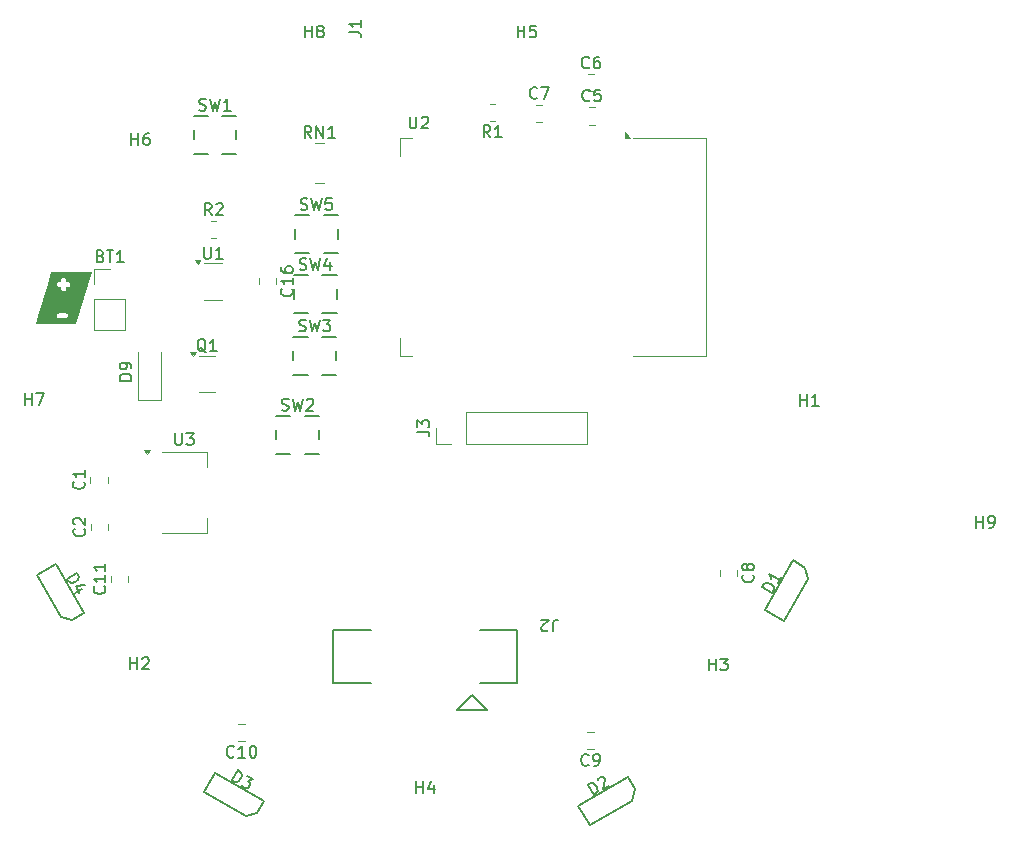
<source format=gbr>
%TF.GenerationSoftware,KiCad,Pcbnew,8.0.0*%
%TF.CreationDate,2024-05-31T15:26:32-05:00*%
%TF.ProjectId,GaussMouse,47617573-734d-46f7-9573-652e6b696361,rev?*%
%TF.SameCoordinates,Original*%
%TF.FileFunction,Legend,Top*%
%TF.FilePolarity,Positive*%
%FSLAX46Y46*%
G04 Gerber Fmt 4.6, Leading zero omitted, Abs format (unit mm)*
G04 Created by KiCad (PCBNEW 8.0.0) date 2024-05-31 15:26:32*
%MOMM*%
%LPD*%
G01*
G04 APERTURE LIST*
%ADD10C,0.150000*%
%ADD11C,0.120000*%
%ADD12C,0.000000*%
%ADD13C,0.152400*%
G04 APERTURE END LIST*
D10*
X80749819Y-90948333D02*
X81464104Y-90948333D01*
X81464104Y-90948333D02*
X81606961Y-90995952D01*
X81606961Y-90995952D02*
X81702200Y-91091190D01*
X81702200Y-91091190D02*
X81749819Y-91234047D01*
X81749819Y-91234047D02*
X81749819Y-91329285D01*
X80749819Y-90567380D02*
X80749819Y-89948333D01*
X80749819Y-89948333D02*
X81130771Y-90281666D01*
X81130771Y-90281666D02*
X81130771Y-90138809D01*
X81130771Y-90138809D02*
X81178390Y-90043571D01*
X81178390Y-90043571D02*
X81226009Y-89995952D01*
X81226009Y-89995952D02*
X81321247Y-89948333D01*
X81321247Y-89948333D02*
X81559342Y-89948333D01*
X81559342Y-89948333D02*
X81654580Y-89995952D01*
X81654580Y-89995952D02*
X81702200Y-90043571D01*
X81702200Y-90043571D02*
X81749819Y-90138809D01*
X81749819Y-90138809D02*
X81749819Y-90424523D01*
X81749819Y-90424523D02*
X81702200Y-90519761D01*
X81702200Y-90519761D02*
X81654580Y-90567380D01*
X53914285Y-76061009D02*
X54057142Y-76108628D01*
X54057142Y-76108628D02*
X54104761Y-76156247D01*
X54104761Y-76156247D02*
X54152380Y-76251485D01*
X54152380Y-76251485D02*
X54152380Y-76394342D01*
X54152380Y-76394342D02*
X54104761Y-76489580D01*
X54104761Y-76489580D02*
X54057142Y-76537200D01*
X54057142Y-76537200D02*
X53961904Y-76584819D01*
X53961904Y-76584819D02*
X53580952Y-76584819D01*
X53580952Y-76584819D02*
X53580952Y-75584819D01*
X53580952Y-75584819D02*
X53914285Y-75584819D01*
X53914285Y-75584819D02*
X54009523Y-75632438D01*
X54009523Y-75632438D02*
X54057142Y-75680057D01*
X54057142Y-75680057D02*
X54104761Y-75775295D01*
X54104761Y-75775295D02*
X54104761Y-75870533D01*
X54104761Y-75870533D02*
X54057142Y-75965771D01*
X54057142Y-75965771D02*
X54009523Y-76013390D01*
X54009523Y-76013390D02*
X53914285Y-76061009D01*
X53914285Y-76061009D02*
X53580952Y-76061009D01*
X54438095Y-75584819D02*
X55009523Y-75584819D01*
X54723809Y-76584819D02*
X54723809Y-75584819D01*
X55866666Y-76584819D02*
X55295238Y-76584819D01*
X55580952Y-76584819D02*
X55580952Y-75584819D01*
X55580952Y-75584819D02*
X55485714Y-75727676D01*
X55485714Y-75727676D02*
X55390476Y-75822914D01*
X55390476Y-75822914D02*
X55295238Y-75870533D01*
X70866667Y-72107200D02*
X71009524Y-72154819D01*
X71009524Y-72154819D02*
X71247619Y-72154819D01*
X71247619Y-72154819D02*
X71342857Y-72107200D01*
X71342857Y-72107200D02*
X71390476Y-72059580D01*
X71390476Y-72059580D02*
X71438095Y-71964342D01*
X71438095Y-71964342D02*
X71438095Y-71869104D01*
X71438095Y-71869104D02*
X71390476Y-71773866D01*
X71390476Y-71773866D02*
X71342857Y-71726247D01*
X71342857Y-71726247D02*
X71247619Y-71678628D01*
X71247619Y-71678628D02*
X71057143Y-71631009D01*
X71057143Y-71631009D02*
X70961905Y-71583390D01*
X70961905Y-71583390D02*
X70914286Y-71535771D01*
X70914286Y-71535771D02*
X70866667Y-71440533D01*
X70866667Y-71440533D02*
X70866667Y-71345295D01*
X70866667Y-71345295D02*
X70914286Y-71250057D01*
X70914286Y-71250057D02*
X70961905Y-71202438D01*
X70961905Y-71202438D02*
X71057143Y-71154819D01*
X71057143Y-71154819D02*
X71295238Y-71154819D01*
X71295238Y-71154819D02*
X71438095Y-71202438D01*
X71771429Y-71154819D02*
X72009524Y-72154819D01*
X72009524Y-72154819D02*
X72200000Y-71440533D01*
X72200000Y-71440533D02*
X72390476Y-72154819D01*
X72390476Y-72154819D02*
X72628572Y-71154819D01*
X73485714Y-71154819D02*
X73009524Y-71154819D01*
X73009524Y-71154819D02*
X72961905Y-71631009D01*
X72961905Y-71631009D02*
X73009524Y-71583390D01*
X73009524Y-71583390D02*
X73104762Y-71535771D01*
X73104762Y-71535771D02*
X73342857Y-71535771D01*
X73342857Y-71535771D02*
X73438095Y-71583390D01*
X73438095Y-71583390D02*
X73485714Y-71631009D01*
X73485714Y-71631009D02*
X73533333Y-71726247D01*
X73533333Y-71726247D02*
X73533333Y-71964342D01*
X73533333Y-71964342D02*
X73485714Y-72059580D01*
X73485714Y-72059580D02*
X73438095Y-72107200D01*
X73438095Y-72107200D02*
X73342857Y-72154819D01*
X73342857Y-72154819D02*
X73104762Y-72154819D01*
X73104762Y-72154819D02*
X73009524Y-72107200D01*
X73009524Y-72107200D02*
X72961905Y-72059580D01*
X70766667Y-77207200D02*
X70909524Y-77254819D01*
X70909524Y-77254819D02*
X71147619Y-77254819D01*
X71147619Y-77254819D02*
X71242857Y-77207200D01*
X71242857Y-77207200D02*
X71290476Y-77159580D01*
X71290476Y-77159580D02*
X71338095Y-77064342D01*
X71338095Y-77064342D02*
X71338095Y-76969104D01*
X71338095Y-76969104D02*
X71290476Y-76873866D01*
X71290476Y-76873866D02*
X71242857Y-76826247D01*
X71242857Y-76826247D02*
X71147619Y-76778628D01*
X71147619Y-76778628D02*
X70957143Y-76731009D01*
X70957143Y-76731009D02*
X70861905Y-76683390D01*
X70861905Y-76683390D02*
X70814286Y-76635771D01*
X70814286Y-76635771D02*
X70766667Y-76540533D01*
X70766667Y-76540533D02*
X70766667Y-76445295D01*
X70766667Y-76445295D02*
X70814286Y-76350057D01*
X70814286Y-76350057D02*
X70861905Y-76302438D01*
X70861905Y-76302438D02*
X70957143Y-76254819D01*
X70957143Y-76254819D02*
X71195238Y-76254819D01*
X71195238Y-76254819D02*
X71338095Y-76302438D01*
X71671429Y-76254819D02*
X71909524Y-77254819D01*
X71909524Y-77254819D02*
X72100000Y-76540533D01*
X72100000Y-76540533D02*
X72290476Y-77254819D01*
X72290476Y-77254819D02*
X72528572Y-76254819D01*
X73338095Y-76588152D02*
X73338095Y-77254819D01*
X73100000Y-76207200D02*
X72861905Y-76921485D01*
X72861905Y-76921485D02*
X73480952Y-76921485D01*
X70716667Y-82407200D02*
X70859524Y-82454819D01*
X70859524Y-82454819D02*
X71097619Y-82454819D01*
X71097619Y-82454819D02*
X71192857Y-82407200D01*
X71192857Y-82407200D02*
X71240476Y-82359580D01*
X71240476Y-82359580D02*
X71288095Y-82264342D01*
X71288095Y-82264342D02*
X71288095Y-82169104D01*
X71288095Y-82169104D02*
X71240476Y-82073866D01*
X71240476Y-82073866D02*
X71192857Y-82026247D01*
X71192857Y-82026247D02*
X71097619Y-81978628D01*
X71097619Y-81978628D02*
X70907143Y-81931009D01*
X70907143Y-81931009D02*
X70811905Y-81883390D01*
X70811905Y-81883390D02*
X70764286Y-81835771D01*
X70764286Y-81835771D02*
X70716667Y-81740533D01*
X70716667Y-81740533D02*
X70716667Y-81645295D01*
X70716667Y-81645295D02*
X70764286Y-81550057D01*
X70764286Y-81550057D02*
X70811905Y-81502438D01*
X70811905Y-81502438D02*
X70907143Y-81454819D01*
X70907143Y-81454819D02*
X71145238Y-81454819D01*
X71145238Y-81454819D02*
X71288095Y-81502438D01*
X71621429Y-81454819D02*
X71859524Y-82454819D01*
X71859524Y-82454819D02*
X72050000Y-81740533D01*
X72050000Y-81740533D02*
X72240476Y-82454819D01*
X72240476Y-82454819D02*
X72478572Y-81454819D01*
X72764286Y-81454819D02*
X73383333Y-81454819D01*
X73383333Y-81454819D02*
X73050000Y-81835771D01*
X73050000Y-81835771D02*
X73192857Y-81835771D01*
X73192857Y-81835771D02*
X73288095Y-81883390D01*
X73288095Y-81883390D02*
X73335714Y-81931009D01*
X73335714Y-81931009D02*
X73383333Y-82026247D01*
X73383333Y-82026247D02*
X73383333Y-82264342D01*
X73383333Y-82264342D02*
X73335714Y-82359580D01*
X73335714Y-82359580D02*
X73288095Y-82407200D01*
X73288095Y-82407200D02*
X73192857Y-82454819D01*
X73192857Y-82454819D02*
X72907143Y-82454819D01*
X72907143Y-82454819D02*
X72811905Y-82407200D01*
X72811905Y-82407200D02*
X72764286Y-82359580D01*
X69266667Y-89107200D02*
X69409524Y-89154819D01*
X69409524Y-89154819D02*
X69647619Y-89154819D01*
X69647619Y-89154819D02*
X69742857Y-89107200D01*
X69742857Y-89107200D02*
X69790476Y-89059580D01*
X69790476Y-89059580D02*
X69838095Y-88964342D01*
X69838095Y-88964342D02*
X69838095Y-88869104D01*
X69838095Y-88869104D02*
X69790476Y-88773866D01*
X69790476Y-88773866D02*
X69742857Y-88726247D01*
X69742857Y-88726247D02*
X69647619Y-88678628D01*
X69647619Y-88678628D02*
X69457143Y-88631009D01*
X69457143Y-88631009D02*
X69361905Y-88583390D01*
X69361905Y-88583390D02*
X69314286Y-88535771D01*
X69314286Y-88535771D02*
X69266667Y-88440533D01*
X69266667Y-88440533D02*
X69266667Y-88345295D01*
X69266667Y-88345295D02*
X69314286Y-88250057D01*
X69314286Y-88250057D02*
X69361905Y-88202438D01*
X69361905Y-88202438D02*
X69457143Y-88154819D01*
X69457143Y-88154819D02*
X69695238Y-88154819D01*
X69695238Y-88154819D02*
X69838095Y-88202438D01*
X70171429Y-88154819D02*
X70409524Y-89154819D01*
X70409524Y-89154819D02*
X70600000Y-88440533D01*
X70600000Y-88440533D02*
X70790476Y-89154819D01*
X70790476Y-89154819D02*
X71028572Y-88154819D01*
X71361905Y-88250057D02*
X71409524Y-88202438D01*
X71409524Y-88202438D02*
X71504762Y-88154819D01*
X71504762Y-88154819D02*
X71742857Y-88154819D01*
X71742857Y-88154819D02*
X71838095Y-88202438D01*
X71838095Y-88202438D02*
X71885714Y-88250057D01*
X71885714Y-88250057D02*
X71933333Y-88345295D01*
X71933333Y-88345295D02*
X71933333Y-88440533D01*
X71933333Y-88440533D02*
X71885714Y-88583390D01*
X71885714Y-88583390D02*
X71314286Y-89154819D01*
X71314286Y-89154819D02*
X71933333Y-89154819D01*
X62266667Y-63707200D02*
X62409524Y-63754819D01*
X62409524Y-63754819D02*
X62647619Y-63754819D01*
X62647619Y-63754819D02*
X62742857Y-63707200D01*
X62742857Y-63707200D02*
X62790476Y-63659580D01*
X62790476Y-63659580D02*
X62838095Y-63564342D01*
X62838095Y-63564342D02*
X62838095Y-63469104D01*
X62838095Y-63469104D02*
X62790476Y-63373866D01*
X62790476Y-63373866D02*
X62742857Y-63326247D01*
X62742857Y-63326247D02*
X62647619Y-63278628D01*
X62647619Y-63278628D02*
X62457143Y-63231009D01*
X62457143Y-63231009D02*
X62361905Y-63183390D01*
X62361905Y-63183390D02*
X62314286Y-63135771D01*
X62314286Y-63135771D02*
X62266667Y-63040533D01*
X62266667Y-63040533D02*
X62266667Y-62945295D01*
X62266667Y-62945295D02*
X62314286Y-62850057D01*
X62314286Y-62850057D02*
X62361905Y-62802438D01*
X62361905Y-62802438D02*
X62457143Y-62754819D01*
X62457143Y-62754819D02*
X62695238Y-62754819D01*
X62695238Y-62754819D02*
X62838095Y-62802438D01*
X63171429Y-62754819D02*
X63409524Y-63754819D01*
X63409524Y-63754819D02*
X63600000Y-63040533D01*
X63600000Y-63040533D02*
X63790476Y-63754819D01*
X63790476Y-63754819D02*
X64028572Y-62754819D01*
X64933333Y-63754819D02*
X64361905Y-63754819D01*
X64647619Y-63754819D02*
X64647619Y-62754819D01*
X64647619Y-62754819D02*
X64552381Y-62897676D01*
X64552381Y-62897676D02*
X64457143Y-62992914D01*
X64457143Y-62992914D02*
X64361905Y-63040533D01*
X95658633Y-121683259D02*
X95158633Y-120817233D01*
X95158633Y-120817233D02*
X95364830Y-120698186D01*
X95364830Y-120698186D02*
X95512357Y-120667996D01*
X95512357Y-120667996D02*
X95642455Y-120702856D01*
X95642455Y-120702856D02*
X95731313Y-120761525D01*
X95731313Y-120761525D02*
X95867791Y-120902673D01*
X95867791Y-120902673D02*
X95939219Y-121026391D01*
X95939219Y-121026391D02*
X95993218Y-121215157D01*
X95993218Y-121215157D02*
X95999598Y-121321446D01*
X95999598Y-121321446D02*
X95964738Y-121451543D01*
X95964738Y-121451543D02*
X95864830Y-121564211D01*
X95864830Y-121564211D02*
X95658633Y-121683259D01*
X96031038Y-120423521D02*
X96048468Y-120358473D01*
X96048468Y-120358473D02*
X96107137Y-120269614D01*
X96107137Y-120269614D02*
X96313334Y-120150567D01*
X96313334Y-120150567D02*
X96419622Y-120144187D01*
X96419622Y-120144187D02*
X96484671Y-120161617D01*
X96484671Y-120161617D02*
X96573529Y-120220286D01*
X96573529Y-120220286D02*
X96621148Y-120302764D01*
X96621148Y-120302764D02*
X96651337Y-120450292D01*
X96651337Y-120450292D02*
X96442180Y-121230878D01*
X96442180Y-121230878D02*
X96978291Y-120921354D01*
X56538095Y-66654819D02*
X56538095Y-65654819D01*
X56538095Y-66131009D02*
X57109523Y-66131009D01*
X57109523Y-66654819D02*
X57109523Y-65654819D01*
X58014285Y-65654819D02*
X57823809Y-65654819D01*
X57823809Y-65654819D02*
X57728571Y-65702438D01*
X57728571Y-65702438D02*
X57680952Y-65750057D01*
X57680952Y-65750057D02*
X57585714Y-65892914D01*
X57585714Y-65892914D02*
X57538095Y-66083390D01*
X57538095Y-66083390D02*
X57538095Y-66464342D01*
X57538095Y-66464342D02*
X57585714Y-66559580D01*
X57585714Y-66559580D02*
X57633333Y-66607200D01*
X57633333Y-66607200D02*
X57728571Y-66654819D01*
X57728571Y-66654819D02*
X57919047Y-66654819D01*
X57919047Y-66654819D02*
X58014285Y-66607200D01*
X58014285Y-66607200D02*
X58061904Y-66559580D01*
X58061904Y-66559580D02*
X58109523Y-66464342D01*
X58109523Y-66464342D02*
X58109523Y-66226247D01*
X58109523Y-66226247D02*
X58061904Y-66131009D01*
X58061904Y-66131009D02*
X58014285Y-66083390D01*
X58014285Y-66083390D02*
X57919047Y-66035771D01*
X57919047Y-66035771D02*
X57728571Y-66035771D01*
X57728571Y-66035771D02*
X57633333Y-66083390D01*
X57633333Y-66083390D02*
X57585714Y-66131009D01*
X57585714Y-66131009D02*
X57538095Y-66226247D01*
X128063095Y-99069819D02*
X128063095Y-98069819D01*
X128063095Y-98546009D02*
X128634523Y-98546009D01*
X128634523Y-99069819D02*
X128634523Y-98069819D01*
X129158333Y-99069819D02*
X129348809Y-99069819D01*
X129348809Y-99069819D02*
X129444047Y-99022200D01*
X129444047Y-99022200D02*
X129491666Y-98974580D01*
X129491666Y-98974580D02*
X129586904Y-98831723D01*
X129586904Y-98831723D02*
X129634523Y-98641247D01*
X129634523Y-98641247D02*
X129634523Y-98260295D01*
X129634523Y-98260295D02*
X129586904Y-98165057D01*
X129586904Y-98165057D02*
X129539285Y-98117438D01*
X129539285Y-98117438D02*
X129444047Y-98069819D01*
X129444047Y-98069819D02*
X129253571Y-98069819D01*
X129253571Y-98069819D02*
X129158333Y-98117438D01*
X129158333Y-98117438D02*
X129110714Y-98165057D01*
X129110714Y-98165057D02*
X129063095Y-98260295D01*
X129063095Y-98260295D02*
X129063095Y-98498390D01*
X129063095Y-98498390D02*
X129110714Y-98593628D01*
X129110714Y-98593628D02*
X129158333Y-98641247D01*
X129158333Y-98641247D02*
X129253571Y-98688866D01*
X129253571Y-98688866D02*
X129444047Y-98688866D01*
X129444047Y-98688866D02*
X129539285Y-98641247D01*
X129539285Y-98641247D02*
X129586904Y-98593628D01*
X129586904Y-98593628D02*
X129634523Y-98498390D01*
X95283333Y-60079580D02*
X95235714Y-60127200D01*
X95235714Y-60127200D02*
X95092857Y-60174819D01*
X95092857Y-60174819D02*
X94997619Y-60174819D01*
X94997619Y-60174819D02*
X94854762Y-60127200D01*
X94854762Y-60127200D02*
X94759524Y-60031961D01*
X94759524Y-60031961D02*
X94711905Y-59936723D01*
X94711905Y-59936723D02*
X94664286Y-59746247D01*
X94664286Y-59746247D02*
X94664286Y-59603390D01*
X94664286Y-59603390D02*
X94711905Y-59412914D01*
X94711905Y-59412914D02*
X94759524Y-59317676D01*
X94759524Y-59317676D02*
X94854762Y-59222438D01*
X94854762Y-59222438D02*
X94997619Y-59174819D01*
X94997619Y-59174819D02*
X95092857Y-59174819D01*
X95092857Y-59174819D02*
X95235714Y-59222438D01*
X95235714Y-59222438D02*
X95283333Y-59270057D01*
X96140476Y-59174819D02*
X95950000Y-59174819D01*
X95950000Y-59174819D02*
X95854762Y-59222438D01*
X95854762Y-59222438D02*
X95807143Y-59270057D01*
X95807143Y-59270057D02*
X95711905Y-59412914D01*
X95711905Y-59412914D02*
X95664286Y-59603390D01*
X95664286Y-59603390D02*
X95664286Y-59984342D01*
X95664286Y-59984342D02*
X95711905Y-60079580D01*
X95711905Y-60079580D02*
X95759524Y-60127200D01*
X95759524Y-60127200D02*
X95854762Y-60174819D01*
X95854762Y-60174819D02*
X96045238Y-60174819D01*
X96045238Y-60174819D02*
X96140476Y-60127200D01*
X96140476Y-60127200D02*
X96188095Y-60079580D01*
X96188095Y-60079580D02*
X96235714Y-59984342D01*
X96235714Y-59984342D02*
X96235714Y-59746247D01*
X96235714Y-59746247D02*
X96188095Y-59651009D01*
X96188095Y-59651009D02*
X96140476Y-59603390D01*
X96140476Y-59603390D02*
X96045238Y-59555771D01*
X96045238Y-59555771D02*
X95854762Y-59555771D01*
X95854762Y-59555771D02*
X95759524Y-59603390D01*
X95759524Y-59603390D02*
X95711905Y-59651009D01*
X95711905Y-59651009D02*
X95664286Y-59746247D01*
X71238095Y-57554819D02*
X71238095Y-56554819D01*
X71238095Y-57031009D02*
X71809523Y-57031009D01*
X71809523Y-57554819D02*
X71809523Y-56554819D01*
X72428571Y-56983390D02*
X72333333Y-56935771D01*
X72333333Y-56935771D02*
X72285714Y-56888152D01*
X72285714Y-56888152D02*
X72238095Y-56792914D01*
X72238095Y-56792914D02*
X72238095Y-56745295D01*
X72238095Y-56745295D02*
X72285714Y-56650057D01*
X72285714Y-56650057D02*
X72333333Y-56602438D01*
X72333333Y-56602438D02*
X72428571Y-56554819D01*
X72428571Y-56554819D02*
X72619047Y-56554819D01*
X72619047Y-56554819D02*
X72714285Y-56602438D01*
X72714285Y-56602438D02*
X72761904Y-56650057D01*
X72761904Y-56650057D02*
X72809523Y-56745295D01*
X72809523Y-56745295D02*
X72809523Y-56792914D01*
X72809523Y-56792914D02*
X72761904Y-56888152D01*
X72761904Y-56888152D02*
X72714285Y-56935771D01*
X72714285Y-56935771D02*
X72619047Y-56983390D01*
X72619047Y-56983390D02*
X72428571Y-56983390D01*
X72428571Y-56983390D02*
X72333333Y-57031009D01*
X72333333Y-57031009D02*
X72285714Y-57078628D01*
X72285714Y-57078628D02*
X72238095Y-57173866D01*
X72238095Y-57173866D02*
X72238095Y-57364342D01*
X72238095Y-57364342D02*
X72285714Y-57459580D01*
X72285714Y-57459580D02*
X72333333Y-57507200D01*
X72333333Y-57507200D02*
X72428571Y-57554819D01*
X72428571Y-57554819D02*
X72619047Y-57554819D01*
X72619047Y-57554819D02*
X72714285Y-57507200D01*
X72714285Y-57507200D02*
X72761904Y-57459580D01*
X72761904Y-57459580D02*
X72809523Y-57364342D01*
X72809523Y-57364342D02*
X72809523Y-57173866D01*
X72809523Y-57173866D02*
X72761904Y-57078628D01*
X72761904Y-57078628D02*
X72714285Y-57031009D01*
X72714285Y-57031009D02*
X72619047Y-56983390D01*
X95333333Y-62879580D02*
X95285714Y-62927200D01*
X95285714Y-62927200D02*
X95142857Y-62974819D01*
X95142857Y-62974819D02*
X95047619Y-62974819D01*
X95047619Y-62974819D02*
X94904762Y-62927200D01*
X94904762Y-62927200D02*
X94809524Y-62831961D01*
X94809524Y-62831961D02*
X94761905Y-62736723D01*
X94761905Y-62736723D02*
X94714286Y-62546247D01*
X94714286Y-62546247D02*
X94714286Y-62403390D01*
X94714286Y-62403390D02*
X94761905Y-62212914D01*
X94761905Y-62212914D02*
X94809524Y-62117676D01*
X94809524Y-62117676D02*
X94904762Y-62022438D01*
X94904762Y-62022438D02*
X95047619Y-61974819D01*
X95047619Y-61974819D02*
X95142857Y-61974819D01*
X95142857Y-61974819D02*
X95285714Y-62022438D01*
X95285714Y-62022438D02*
X95333333Y-62070057D01*
X96238095Y-61974819D02*
X95761905Y-61974819D01*
X95761905Y-61974819D02*
X95714286Y-62451009D01*
X95714286Y-62451009D02*
X95761905Y-62403390D01*
X95761905Y-62403390D02*
X95857143Y-62355771D01*
X95857143Y-62355771D02*
X96095238Y-62355771D01*
X96095238Y-62355771D02*
X96190476Y-62403390D01*
X96190476Y-62403390D02*
X96238095Y-62451009D01*
X96238095Y-62451009D02*
X96285714Y-62546247D01*
X96285714Y-62546247D02*
X96285714Y-62784342D01*
X96285714Y-62784342D02*
X96238095Y-62879580D01*
X96238095Y-62879580D02*
X96190476Y-62927200D01*
X96190476Y-62927200D02*
X96095238Y-62974819D01*
X96095238Y-62974819D02*
X95857143Y-62974819D01*
X95857143Y-62974819D02*
X95761905Y-62927200D01*
X95761905Y-62927200D02*
X95714286Y-62879580D01*
X51062900Y-103388200D02*
X51928926Y-102888200D01*
X51928926Y-102888200D02*
X52047973Y-103094397D01*
X52047973Y-103094397D02*
X52078163Y-103241924D01*
X52078163Y-103241924D02*
X52043303Y-103372022D01*
X52043303Y-103372022D02*
X51984634Y-103460880D01*
X51984634Y-103460880D02*
X51843486Y-103597358D01*
X51843486Y-103597358D02*
X51719768Y-103668786D01*
X51719768Y-103668786D02*
X51531002Y-103722785D01*
X51531002Y-103722785D02*
X51424713Y-103729165D01*
X51424713Y-103729165D02*
X51294616Y-103694305D01*
X51294616Y-103694305D02*
X51181948Y-103594397D01*
X51181948Y-103594397D02*
X51062900Y-103388200D01*
X52354536Y-104292046D02*
X51777186Y-104625379D01*
X52565403Y-103895373D02*
X51827766Y-104046320D01*
X51827766Y-104046320D02*
X52137290Y-104582431D01*
X47538095Y-88654819D02*
X47538095Y-87654819D01*
X47538095Y-88131009D02*
X48109523Y-88131009D01*
X48109523Y-88654819D02*
X48109523Y-87654819D01*
X48490476Y-87654819D02*
X49157142Y-87654819D01*
X49157142Y-87654819D02*
X48728571Y-88654819D01*
X113138095Y-88754819D02*
X113138095Y-87754819D01*
X113138095Y-88231009D02*
X113709523Y-88231009D01*
X113709523Y-88754819D02*
X113709523Y-87754819D01*
X114709523Y-88754819D02*
X114138095Y-88754819D01*
X114423809Y-88754819D02*
X114423809Y-87754819D01*
X114423809Y-87754819D02*
X114328571Y-87897676D01*
X114328571Y-87897676D02*
X114233333Y-87992914D01*
X114233333Y-87992914D02*
X114138095Y-88040533D01*
X60238095Y-91054819D02*
X60238095Y-91864342D01*
X60238095Y-91864342D02*
X60285714Y-91959580D01*
X60285714Y-91959580D02*
X60333333Y-92007200D01*
X60333333Y-92007200D02*
X60428571Y-92054819D01*
X60428571Y-92054819D02*
X60619047Y-92054819D01*
X60619047Y-92054819D02*
X60714285Y-92007200D01*
X60714285Y-92007200D02*
X60761904Y-91959580D01*
X60761904Y-91959580D02*
X60809523Y-91864342D01*
X60809523Y-91864342D02*
X60809523Y-91054819D01*
X61190476Y-91054819D02*
X61809523Y-91054819D01*
X61809523Y-91054819D02*
X61476190Y-91435771D01*
X61476190Y-91435771D02*
X61619047Y-91435771D01*
X61619047Y-91435771D02*
X61714285Y-91483390D01*
X61714285Y-91483390D02*
X61761904Y-91531009D01*
X61761904Y-91531009D02*
X61809523Y-91626247D01*
X61809523Y-91626247D02*
X61809523Y-91864342D01*
X61809523Y-91864342D02*
X61761904Y-91959580D01*
X61761904Y-91959580D02*
X61714285Y-92007200D01*
X61714285Y-92007200D02*
X61619047Y-92054819D01*
X61619047Y-92054819D02*
X61333333Y-92054819D01*
X61333333Y-92054819D02*
X61238095Y-92007200D01*
X61238095Y-92007200D02*
X61190476Y-91959580D01*
X65027788Y-120470164D02*
X65527788Y-119604139D01*
X65527788Y-119604139D02*
X65733985Y-119723186D01*
X65733985Y-119723186D02*
X65833893Y-119835854D01*
X65833893Y-119835854D02*
X65868753Y-119965952D01*
X65868753Y-119965952D02*
X65862373Y-120072240D01*
X65862373Y-120072240D02*
X65808374Y-120261007D01*
X65808374Y-120261007D02*
X65736946Y-120384725D01*
X65736946Y-120384725D02*
X65600468Y-120525872D01*
X65600468Y-120525872D02*
X65511610Y-120584541D01*
X65511610Y-120584541D02*
X65381512Y-120619401D01*
X65381512Y-120619401D02*
X65233985Y-120589212D01*
X65233985Y-120589212D02*
X65027788Y-120470164D01*
X66311335Y-120056520D02*
X66847446Y-120366043D01*
X66847446Y-120366043D02*
X66368295Y-120529291D01*
X66368295Y-120529291D02*
X66492013Y-120600720D01*
X66492013Y-120600720D02*
X66550682Y-120689578D01*
X66550682Y-120689578D02*
X66568111Y-120754627D01*
X66568111Y-120754627D02*
X66561732Y-120860915D01*
X66561732Y-120860915D02*
X66442684Y-121067112D01*
X66442684Y-121067112D02*
X66353826Y-121125781D01*
X66353826Y-121125781D02*
X66288777Y-121143210D01*
X66288777Y-121143210D02*
X66182489Y-121136831D01*
X66182489Y-121136831D02*
X65935053Y-120993973D01*
X65935053Y-120993973D02*
X65876384Y-120905115D01*
X65876384Y-120905115D02*
X65858954Y-120840066D01*
X63320833Y-72604819D02*
X62987500Y-72128628D01*
X62749405Y-72604819D02*
X62749405Y-71604819D01*
X62749405Y-71604819D02*
X63130357Y-71604819D01*
X63130357Y-71604819D02*
X63225595Y-71652438D01*
X63225595Y-71652438D02*
X63273214Y-71700057D01*
X63273214Y-71700057D02*
X63320833Y-71795295D01*
X63320833Y-71795295D02*
X63320833Y-71938152D01*
X63320833Y-71938152D02*
X63273214Y-72033390D01*
X63273214Y-72033390D02*
X63225595Y-72081009D01*
X63225595Y-72081009D02*
X63130357Y-72128628D01*
X63130357Y-72128628D02*
X62749405Y-72128628D01*
X63701786Y-71700057D02*
X63749405Y-71652438D01*
X63749405Y-71652438D02*
X63844643Y-71604819D01*
X63844643Y-71604819D02*
X64082738Y-71604819D01*
X64082738Y-71604819D02*
X64177976Y-71652438D01*
X64177976Y-71652438D02*
X64225595Y-71700057D01*
X64225595Y-71700057D02*
X64273214Y-71795295D01*
X64273214Y-71795295D02*
X64273214Y-71890533D01*
X64273214Y-71890533D02*
X64225595Y-72033390D01*
X64225595Y-72033390D02*
X63654167Y-72604819D01*
X63654167Y-72604819D02*
X64273214Y-72604819D01*
X65207142Y-118439580D02*
X65159523Y-118487200D01*
X65159523Y-118487200D02*
X65016666Y-118534819D01*
X65016666Y-118534819D02*
X64921428Y-118534819D01*
X64921428Y-118534819D02*
X64778571Y-118487200D01*
X64778571Y-118487200D02*
X64683333Y-118391961D01*
X64683333Y-118391961D02*
X64635714Y-118296723D01*
X64635714Y-118296723D02*
X64588095Y-118106247D01*
X64588095Y-118106247D02*
X64588095Y-117963390D01*
X64588095Y-117963390D02*
X64635714Y-117772914D01*
X64635714Y-117772914D02*
X64683333Y-117677676D01*
X64683333Y-117677676D02*
X64778571Y-117582438D01*
X64778571Y-117582438D02*
X64921428Y-117534819D01*
X64921428Y-117534819D02*
X65016666Y-117534819D01*
X65016666Y-117534819D02*
X65159523Y-117582438D01*
X65159523Y-117582438D02*
X65207142Y-117630057D01*
X66159523Y-118534819D02*
X65588095Y-118534819D01*
X65873809Y-118534819D02*
X65873809Y-117534819D01*
X65873809Y-117534819D02*
X65778571Y-117677676D01*
X65778571Y-117677676D02*
X65683333Y-117772914D01*
X65683333Y-117772914D02*
X65588095Y-117820533D01*
X66778571Y-117534819D02*
X66873809Y-117534819D01*
X66873809Y-117534819D02*
X66969047Y-117582438D01*
X66969047Y-117582438D02*
X67016666Y-117630057D01*
X67016666Y-117630057D02*
X67064285Y-117725295D01*
X67064285Y-117725295D02*
X67111904Y-117915771D01*
X67111904Y-117915771D02*
X67111904Y-118153866D01*
X67111904Y-118153866D02*
X67064285Y-118344342D01*
X67064285Y-118344342D02*
X67016666Y-118439580D01*
X67016666Y-118439580D02*
X66969047Y-118487200D01*
X66969047Y-118487200D02*
X66873809Y-118534819D01*
X66873809Y-118534819D02*
X66778571Y-118534819D01*
X66778571Y-118534819D02*
X66683333Y-118487200D01*
X66683333Y-118487200D02*
X66635714Y-118439580D01*
X66635714Y-118439580D02*
X66588095Y-118344342D01*
X66588095Y-118344342D02*
X66540476Y-118153866D01*
X66540476Y-118153866D02*
X66540476Y-117915771D01*
X66540476Y-117915771D02*
X66588095Y-117725295D01*
X66588095Y-117725295D02*
X66635714Y-117630057D01*
X66635714Y-117630057D02*
X66683333Y-117582438D01*
X66683333Y-117582438D02*
X66778571Y-117534819D01*
X62842261Y-84200057D02*
X62747023Y-84152438D01*
X62747023Y-84152438D02*
X62651785Y-84057200D01*
X62651785Y-84057200D02*
X62508928Y-83914342D01*
X62508928Y-83914342D02*
X62413690Y-83866723D01*
X62413690Y-83866723D02*
X62318452Y-83866723D01*
X62366071Y-84104819D02*
X62270833Y-84057200D01*
X62270833Y-84057200D02*
X62175595Y-83961961D01*
X62175595Y-83961961D02*
X62127976Y-83771485D01*
X62127976Y-83771485D02*
X62127976Y-83438152D01*
X62127976Y-83438152D02*
X62175595Y-83247676D01*
X62175595Y-83247676D02*
X62270833Y-83152438D01*
X62270833Y-83152438D02*
X62366071Y-83104819D01*
X62366071Y-83104819D02*
X62556547Y-83104819D01*
X62556547Y-83104819D02*
X62651785Y-83152438D01*
X62651785Y-83152438D02*
X62747023Y-83247676D01*
X62747023Y-83247676D02*
X62794642Y-83438152D01*
X62794642Y-83438152D02*
X62794642Y-83771485D01*
X62794642Y-83771485D02*
X62747023Y-83961961D01*
X62747023Y-83961961D02*
X62651785Y-84057200D01*
X62651785Y-84057200D02*
X62556547Y-84104819D01*
X62556547Y-84104819D02*
X62366071Y-84104819D01*
X63747023Y-84104819D02*
X63175595Y-84104819D01*
X63461309Y-84104819D02*
X63461309Y-83104819D01*
X63461309Y-83104819D02*
X63366071Y-83247676D01*
X63366071Y-83247676D02*
X63270833Y-83342914D01*
X63270833Y-83342914D02*
X63175595Y-83390533D01*
X74979819Y-57120833D02*
X75694104Y-57120833D01*
X75694104Y-57120833D02*
X75836961Y-57168452D01*
X75836961Y-57168452D02*
X75932200Y-57263690D01*
X75932200Y-57263690D02*
X75979819Y-57406547D01*
X75979819Y-57406547D02*
X75979819Y-57501785D01*
X75979819Y-56120833D02*
X75979819Y-56692261D01*
X75979819Y-56406547D02*
X74979819Y-56406547D01*
X74979819Y-56406547D02*
X75122676Y-56501785D01*
X75122676Y-56501785D02*
X75217914Y-56597023D01*
X75217914Y-56597023D02*
X75265533Y-56692261D01*
X56532319Y-86615594D02*
X55532319Y-86615594D01*
X55532319Y-86615594D02*
X55532319Y-86377499D01*
X55532319Y-86377499D02*
X55579938Y-86234642D01*
X55579938Y-86234642D02*
X55675176Y-86139404D01*
X55675176Y-86139404D02*
X55770414Y-86091785D01*
X55770414Y-86091785D02*
X55960890Y-86044166D01*
X55960890Y-86044166D02*
X56103747Y-86044166D01*
X56103747Y-86044166D02*
X56294223Y-86091785D01*
X56294223Y-86091785D02*
X56389461Y-86139404D01*
X56389461Y-86139404D02*
X56484700Y-86234642D01*
X56484700Y-86234642D02*
X56532319Y-86377499D01*
X56532319Y-86377499D02*
X56532319Y-86615594D01*
X56532319Y-85567975D02*
X56532319Y-85377499D01*
X56532319Y-85377499D02*
X56484700Y-85282261D01*
X56484700Y-85282261D02*
X56437080Y-85234642D01*
X56437080Y-85234642D02*
X56294223Y-85139404D01*
X56294223Y-85139404D02*
X56103747Y-85091785D01*
X56103747Y-85091785D02*
X55722795Y-85091785D01*
X55722795Y-85091785D02*
X55627557Y-85139404D01*
X55627557Y-85139404D02*
X55579938Y-85187023D01*
X55579938Y-85187023D02*
X55532319Y-85282261D01*
X55532319Y-85282261D02*
X55532319Y-85472737D01*
X55532319Y-85472737D02*
X55579938Y-85567975D01*
X55579938Y-85567975D02*
X55627557Y-85615594D01*
X55627557Y-85615594D02*
X55722795Y-85663213D01*
X55722795Y-85663213D02*
X55960890Y-85663213D01*
X55960890Y-85663213D02*
X56056128Y-85615594D01*
X56056128Y-85615594D02*
X56103747Y-85567975D01*
X56103747Y-85567975D02*
X56151366Y-85472737D01*
X56151366Y-85472737D02*
X56151366Y-85282261D01*
X56151366Y-85282261D02*
X56103747Y-85187023D01*
X56103747Y-85187023D02*
X56056128Y-85139404D01*
X56056128Y-85139404D02*
X55960890Y-85091785D01*
X54229580Y-104042857D02*
X54277200Y-104090476D01*
X54277200Y-104090476D02*
X54324819Y-104233333D01*
X54324819Y-104233333D02*
X54324819Y-104328571D01*
X54324819Y-104328571D02*
X54277200Y-104471428D01*
X54277200Y-104471428D02*
X54181961Y-104566666D01*
X54181961Y-104566666D02*
X54086723Y-104614285D01*
X54086723Y-104614285D02*
X53896247Y-104661904D01*
X53896247Y-104661904D02*
X53753390Y-104661904D01*
X53753390Y-104661904D02*
X53562914Y-104614285D01*
X53562914Y-104614285D02*
X53467676Y-104566666D01*
X53467676Y-104566666D02*
X53372438Y-104471428D01*
X53372438Y-104471428D02*
X53324819Y-104328571D01*
X53324819Y-104328571D02*
X53324819Y-104233333D01*
X53324819Y-104233333D02*
X53372438Y-104090476D01*
X53372438Y-104090476D02*
X53420057Y-104042857D01*
X54324819Y-103090476D02*
X54324819Y-103661904D01*
X54324819Y-103376190D02*
X53324819Y-103376190D01*
X53324819Y-103376190D02*
X53467676Y-103471428D01*
X53467676Y-103471428D02*
X53562914Y-103566666D01*
X53562914Y-103566666D02*
X53610533Y-103661904D01*
X54324819Y-102138095D02*
X54324819Y-102709523D01*
X54324819Y-102423809D02*
X53324819Y-102423809D01*
X53324819Y-102423809D02*
X53467676Y-102519047D01*
X53467676Y-102519047D02*
X53562914Y-102614285D01*
X53562914Y-102614285D02*
X53610533Y-102709523D01*
X89238095Y-57554819D02*
X89238095Y-56554819D01*
X89238095Y-57031009D02*
X89809523Y-57031009D01*
X89809523Y-57554819D02*
X89809523Y-56554819D01*
X90761904Y-56554819D02*
X90285714Y-56554819D01*
X90285714Y-56554819D02*
X90238095Y-57031009D01*
X90238095Y-57031009D02*
X90285714Y-56983390D01*
X90285714Y-56983390D02*
X90380952Y-56935771D01*
X90380952Y-56935771D02*
X90619047Y-56935771D01*
X90619047Y-56935771D02*
X90714285Y-56983390D01*
X90714285Y-56983390D02*
X90761904Y-57031009D01*
X90761904Y-57031009D02*
X90809523Y-57126247D01*
X90809523Y-57126247D02*
X90809523Y-57364342D01*
X90809523Y-57364342D02*
X90761904Y-57459580D01*
X90761904Y-57459580D02*
X90714285Y-57507200D01*
X90714285Y-57507200D02*
X90619047Y-57554819D01*
X90619047Y-57554819D02*
X90380952Y-57554819D01*
X90380952Y-57554819D02*
X90285714Y-57507200D01*
X90285714Y-57507200D02*
X90238095Y-57459580D01*
X71759523Y-66054819D02*
X71426190Y-65578628D01*
X71188095Y-66054819D02*
X71188095Y-65054819D01*
X71188095Y-65054819D02*
X71569047Y-65054819D01*
X71569047Y-65054819D02*
X71664285Y-65102438D01*
X71664285Y-65102438D02*
X71711904Y-65150057D01*
X71711904Y-65150057D02*
X71759523Y-65245295D01*
X71759523Y-65245295D02*
X71759523Y-65388152D01*
X71759523Y-65388152D02*
X71711904Y-65483390D01*
X71711904Y-65483390D02*
X71664285Y-65531009D01*
X71664285Y-65531009D02*
X71569047Y-65578628D01*
X71569047Y-65578628D02*
X71188095Y-65578628D01*
X72188095Y-66054819D02*
X72188095Y-65054819D01*
X72188095Y-65054819D02*
X72759523Y-66054819D01*
X72759523Y-66054819D02*
X72759523Y-65054819D01*
X73759523Y-66054819D02*
X73188095Y-66054819D01*
X73473809Y-66054819D02*
X73473809Y-65054819D01*
X73473809Y-65054819D02*
X73378571Y-65197676D01*
X73378571Y-65197676D02*
X73283333Y-65292914D01*
X73283333Y-65292914D02*
X73188095Y-65340533D01*
X62675595Y-75304819D02*
X62675595Y-76114342D01*
X62675595Y-76114342D02*
X62723214Y-76209580D01*
X62723214Y-76209580D02*
X62770833Y-76257200D01*
X62770833Y-76257200D02*
X62866071Y-76304819D01*
X62866071Y-76304819D02*
X63056547Y-76304819D01*
X63056547Y-76304819D02*
X63151785Y-76257200D01*
X63151785Y-76257200D02*
X63199404Y-76209580D01*
X63199404Y-76209580D02*
X63247023Y-76114342D01*
X63247023Y-76114342D02*
X63247023Y-75304819D01*
X64247023Y-76304819D02*
X63675595Y-76304819D01*
X63961309Y-76304819D02*
X63961309Y-75304819D01*
X63961309Y-75304819D02*
X63866071Y-75447676D01*
X63866071Y-75447676D02*
X63770833Y-75542914D01*
X63770833Y-75542914D02*
X63675595Y-75590533D01*
X86920833Y-66004819D02*
X86587500Y-65528628D01*
X86349405Y-66004819D02*
X86349405Y-65004819D01*
X86349405Y-65004819D02*
X86730357Y-65004819D01*
X86730357Y-65004819D02*
X86825595Y-65052438D01*
X86825595Y-65052438D02*
X86873214Y-65100057D01*
X86873214Y-65100057D02*
X86920833Y-65195295D01*
X86920833Y-65195295D02*
X86920833Y-65338152D01*
X86920833Y-65338152D02*
X86873214Y-65433390D01*
X86873214Y-65433390D02*
X86825595Y-65481009D01*
X86825595Y-65481009D02*
X86730357Y-65528628D01*
X86730357Y-65528628D02*
X86349405Y-65528628D01*
X87873214Y-66004819D02*
X87301786Y-66004819D01*
X87587500Y-66004819D02*
X87587500Y-65004819D01*
X87587500Y-65004819D02*
X87492262Y-65147676D01*
X87492262Y-65147676D02*
X87397024Y-65242914D01*
X87397024Y-65242914D02*
X87301786Y-65290533D01*
X92233301Y-107852478D02*
X92233301Y-107138193D01*
X92233301Y-107138193D02*
X92280920Y-106995336D01*
X92280920Y-106995336D02*
X92376158Y-106900098D01*
X92376158Y-106900098D02*
X92519015Y-106852478D01*
X92519015Y-106852478D02*
X92614253Y-106852478D01*
X91804729Y-107757240D02*
X91757110Y-107804859D01*
X91757110Y-107804859D02*
X91661872Y-107852478D01*
X91661872Y-107852478D02*
X91423777Y-107852478D01*
X91423777Y-107852478D02*
X91328539Y-107804859D01*
X91328539Y-107804859D02*
X91280920Y-107757240D01*
X91280920Y-107757240D02*
X91233301Y-107662002D01*
X91233301Y-107662002D02*
X91233301Y-107566764D01*
X91233301Y-107566764D02*
X91280920Y-107423907D01*
X91280920Y-107423907D02*
X91852348Y-106852478D01*
X91852348Y-106852478D02*
X91233301Y-106852478D01*
X110799004Y-104576618D02*
X109932979Y-104076618D01*
X109932979Y-104076618D02*
X110052026Y-103870421D01*
X110052026Y-103870421D02*
X110164694Y-103770513D01*
X110164694Y-103770513D02*
X110294792Y-103735653D01*
X110294792Y-103735653D02*
X110401080Y-103742033D01*
X110401080Y-103742033D02*
X110589847Y-103796032D01*
X110589847Y-103796032D02*
X110713565Y-103867460D01*
X110713565Y-103867460D02*
X110854712Y-104003938D01*
X110854712Y-104003938D02*
X110913381Y-104092796D01*
X110913381Y-104092796D02*
X110948241Y-104222894D01*
X110948241Y-104222894D02*
X110918052Y-104370421D01*
X110918052Y-104370421D02*
X110799004Y-104576618D01*
X111560909Y-103256960D02*
X111275194Y-103751832D01*
X111418052Y-103504396D02*
X110552026Y-103004396D01*
X110552026Y-103004396D02*
X110628125Y-103158303D01*
X110628125Y-103158303D02*
X110662985Y-103288401D01*
X110662985Y-103288401D02*
X110656605Y-103394689D01*
X80638095Y-121554819D02*
X80638095Y-120554819D01*
X80638095Y-121031009D02*
X81209523Y-121031009D01*
X81209523Y-121554819D02*
X81209523Y-120554819D01*
X82114285Y-120888152D02*
X82114285Y-121554819D01*
X81876190Y-120507200D02*
X81638095Y-121221485D01*
X81638095Y-121221485D02*
X82257142Y-121221485D01*
X80098095Y-64254819D02*
X80098095Y-65064342D01*
X80098095Y-65064342D02*
X80145714Y-65159580D01*
X80145714Y-65159580D02*
X80193333Y-65207200D01*
X80193333Y-65207200D02*
X80288571Y-65254819D01*
X80288571Y-65254819D02*
X80479047Y-65254819D01*
X80479047Y-65254819D02*
X80574285Y-65207200D01*
X80574285Y-65207200D02*
X80621904Y-65159580D01*
X80621904Y-65159580D02*
X80669523Y-65064342D01*
X80669523Y-65064342D02*
X80669523Y-64254819D01*
X81098095Y-64350057D02*
X81145714Y-64302438D01*
X81145714Y-64302438D02*
X81240952Y-64254819D01*
X81240952Y-64254819D02*
X81479047Y-64254819D01*
X81479047Y-64254819D02*
X81574285Y-64302438D01*
X81574285Y-64302438D02*
X81621904Y-64350057D01*
X81621904Y-64350057D02*
X81669523Y-64445295D01*
X81669523Y-64445295D02*
X81669523Y-64540533D01*
X81669523Y-64540533D02*
X81621904Y-64683390D01*
X81621904Y-64683390D02*
X81050476Y-65254819D01*
X81050476Y-65254819D02*
X81669523Y-65254819D01*
X52529580Y-99166666D02*
X52577200Y-99214285D01*
X52577200Y-99214285D02*
X52624819Y-99357142D01*
X52624819Y-99357142D02*
X52624819Y-99452380D01*
X52624819Y-99452380D02*
X52577200Y-99595237D01*
X52577200Y-99595237D02*
X52481961Y-99690475D01*
X52481961Y-99690475D02*
X52386723Y-99738094D01*
X52386723Y-99738094D02*
X52196247Y-99785713D01*
X52196247Y-99785713D02*
X52053390Y-99785713D01*
X52053390Y-99785713D02*
X51862914Y-99738094D01*
X51862914Y-99738094D02*
X51767676Y-99690475D01*
X51767676Y-99690475D02*
X51672438Y-99595237D01*
X51672438Y-99595237D02*
X51624819Y-99452380D01*
X51624819Y-99452380D02*
X51624819Y-99357142D01*
X51624819Y-99357142D02*
X51672438Y-99214285D01*
X51672438Y-99214285D02*
X51720057Y-99166666D01*
X51720057Y-98785713D02*
X51672438Y-98738094D01*
X51672438Y-98738094D02*
X51624819Y-98642856D01*
X51624819Y-98642856D02*
X51624819Y-98404761D01*
X51624819Y-98404761D02*
X51672438Y-98309523D01*
X51672438Y-98309523D02*
X51720057Y-98261904D01*
X51720057Y-98261904D02*
X51815295Y-98214285D01*
X51815295Y-98214285D02*
X51910533Y-98214285D01*
X51910533Y-98214285D02*
X52053390Y-98261904D01*
X52053390Y-98261904D02*
X52624819Y-98833332D01*
X52624819Y-98833332D02*
X52624819Y-98214285D01*
X109139580Y-103066666D02*
X109187200Y-103114285D01*
X109187200Y-103114285D02*
X109234819Y-103257142D01*
X109234819Y-103257142D02*
X109234819Y-103352380D01*
X109234819Y-103352380D02*
X109187200Y-103495237D01*
X109187200Y-103495237D02*
X109091961Y-103590475D01*
X109091961Y-103590475D02*
X108996723Y-103638094D01*
X108996723Y-103638094D02*
X108806247Y-103685713D01*
X108806247Y-103685713D02*
X108663390Y-103685713D01*
X108663390Y-103685713D02*
X108472914Y-103638094D01*
X108472914Y-103638094D02*
X108377676Y-103590475D01*
X108377676Y-103590475D02*
X108282438Y-103495237D01*
X108282438Y-103495237D02*
X108234819Y-103352380D01*
X108234819Y-103352380D02*
X108234819Y-103257142D01*
X108234819Y-103257142D02*
X108282438Y-103114285D01*
X108282438Y-103114285D02*
X108330057Y-103066666D01*
X108663390Y-102495237D02*
X108615771Y-102590475D01*
X108615771Y-102590475D02*
X108568152Y-102638094D01*
X108568152Y-102638094D02*
X108472914Y-102685713D01*
X108472914Y-102685713D02*
X108425295Y-102685713D01*
X108425295Y-102685713D02*
X108330057Y-102638094D01*
X108330057Y-102638094D02*
X108282438Y-102590475D01*
X108282438Y-102590475D02*
X108234819Y-102495237D01*
X108234819Y-102495237D02*
X108234819Y-102304761D01*
X108234819Y-102304761D02*
X108282438Y-102209523D01*
X108282438Y-102209523D02*
X108330057Y-102161904D01*
X108330057Y-102161904D02*
X108425295Y-102114285D01*
X108425295Y-102114285D02*
X108472914Y-102114285D01*
X108472914Y-102114285D02*
X108568152Y-102161904D01*
X108568152Y-102161904D02*
X108615771Y-102209523D01*
X108615771Y-102209523D02*
X108663390Y-102304761D01*
X108663390Y-102304761D02*
X108663390Y-102495237D01*
X108663390Y-102495237D02*
X108711009Y-102590475D01*
X108711009Y-102590475D02*
X108758628Y-102638094D01*
X108758628Y-102638094D02*
X108853866Y-102685713D01*
X108853866Y-102685713D02*
X109044342Y-102685713D01*
X109044342Y-102685713D02*
X109139580Y-102638094D01*
X109139580Y-102638094D02*
X109187200Y-102590475D01*
X109187200Y-102590475D02*
X109234819Y-102495237D01*
X109234819Y-102495237D02*
X109234819Y-102304761D01*
X109234819Y-102304761D02*
X109187200Y-102209523D01*
X109187200Y-102209523D02*
X109139580Y-102161904D01*
X109139580Y-102161904D02*
X109044342Y-102114285D01*
X109044342Y-102114285D02*
X108853866Y-102114285D01*
X108853866Y-102114285D02*
X108758628Y-102161904D01*
X108758628Y-102161904D02*
X108711009Y-102209523D01*
X108711009Y-102209523D02*
X108663390Y-102304761D01*
X90883333Y-62679580D02*
X90835714Y-62727200D01*
X90835714Y-62727200D02*
X90692857Y-62774819D01*
X90692857Y-62774819D02*
X90597619Y-62774819D01*
X90597619Y-62774819D02*
X90454762Y-62727200D01*
X90454762Y-62727200D02*
X90359524Y-62631961D01*
X90359524Y-62631961D02*
X90311905Y-62536723D01*
X90311905Y-62536723D02*
X90264286Y-62346247D01*
X90264286Y-62346247D02*
X90264286Y-62203390D01*
X90264286Y-62203390D02*
X90311905Y-62012914D01*
X90311905Y-62012914D02*
X90359524Y-61917676D01*
X90359524Y-61917676D02*
X90454762Y-61822438D01*
X90454762Y-61822438D02*
X90597619Y-61774819D01*
X90597619Y-61774819D02*
X90692857Y-61774819D01*
X90692857Y-61774819D02*
X90835714Y-61822438D01*
X90835714Y-61822438D02*
X90883333Y-61870057D01*
X91216667Y-61774819D02*
X91883333Y-61774819D01*
X91883333Y-61774819D02*
X91454762Y-62774819D01*
X105438095Y-111154819D02*
X105438095Y-110154819D01*
X105438095Y-110631009D02*
X106009523Y-110631009D01*
X106009523Y-111154819D02*
X106009523Y-110154819D01*
X106390476Y-110154819D02*
X107009523Y-110154819D01*
X107009523Y-110154819D02*
X106676190Y-110535771D01*
X106676190Y-110535771D02*
X106819047Y-110535771D01*
X106819047Y-110535771D02*
X106914285Y-110583390D01*
X106914285Y-110583390D02*
X106961904Y-110631009D01*
X106961904Y-110631009D02*
X107009523Y-110726247D01*
X107009523Y-110726247D02*
X107009523Y-110964342D01*
X107009523Y-110964342D02*
X106961904Y-111059580D01*
X106961904Y-111059580D02*
X106914285Y-111107200D01*
X106914285Y-111107200D02*
X106819047Y-111154819D01*
X106819047Y-111154819D02*
X106533333Y-111154819D01*
X106533333Y-111154819D02*
X106438095Y-111107200D01*
X106438095Y-111107200D02*
X106390476Y-111059580D01*
X95233333Y-119139580D02*
X95185714Y-119187200D01*
X95185714Y-119187200D02*
X95042857Y-119234819D01*
X95042857Y-119234819D02*
X94947619Y-119234819D01*
X94947619Y-119234819D02*
X94804762Y-119187200D01*
X94804762Y-119187200D02*
X94709524Y-119091961D01*
X94709524Y-119091961D02*
X94661905Y-118996723D01*
X94661905Y-118996723D02*
X94614286Y-118806247D01*
X94614286Y-118806247D02*
X94614286Y-118663390D01*
X94614286Y-118663390D02*
X94661905Y-118472914D01*
X94661905Y-118472914D02*
X94709524Y-118377676D01*
X94709524Y-118377676D02*
X94804762Y-118282438D01*
X94804762Y-118282438D02*
X94947619Y-118234819D01*
X94947619Y-118234819D02*
X95042857Y-118234819D01*
X95042857Y-118234819D02*
X95185714Y-118282438D01*
X95185714Y-118282438D02*
X95233333Y-118330057D01*
X95709524Y-119234819D02*
X95900000Y-119234819D01*
X95900000Y-119234819D02*
X95995238Y-119187200D01*
X95995238Y-119187200D02*
X96042857Y-119139580D01*
X96042857Y-119139580D02*
X96138095Y-118996723D01*
X96138095Y-118996723D02*
X96185714Y-118806247D01*
X96185714Y-118806247D02*
X96185714Y-118425295D01*
X96185714Y-118425295D02*
X96138095Y-118330057D01*
X96138095Y-118330057D02*
X96090476Y-118282438D01*
X96090476Y-118282438D02*
X95995238Y-118234819D01*
X95995238Y-118234819D02*
X95804762Y-118234819D01*
X95804762Y-118234819D02*
X95709524Y-118282438D01*
X95709524Y-118282438D02*
X95661905Y-118330057D01*
X95661905Y-118330057D02*
X95614286Y-118425295D01*
X95614286Y-118425295D02*
X95614286Y-118663390D01*
X95614286Y-118663390D02*
X95661905Y-118758628D01*
X95661905Y-118758628D02*
X95709524Y-118806247D01*
X95709524Y-118806247D02*
X95804762Y-118853866D01*
X95804762Y-118853866D02*
X95995238Y-118853866D01*
X95995238Y-118853866D02*
X96090476Y-118806247D01*
X96090476Y-118806247D02*
X96138095Y-118758628D01*
X96138095Y-118758628D02*
X96185714Y-118663390D01*
X52479580Y-95166666D02*
X52527200Y-95214285D01*
X52527200Y-95214285D02*
X52574819Y-95357142D01*
X52574819Y-95357142D02*
X52574819Y-95452380D01*
X52574819Y-95452380D02*
X52527200Y-95595237D01*
X52527200Y-95595237D02*
X52431961Y-95690475D01*
X52431961Y-95690475D02*
X52336723Y-95738094D01*
X52336723Y-95738094D02*
X52146247Y-95785713D01*
X52146247Y-95785713D02*
X52003390Y-95785713D01*
X52003390Y-95785713D02*
X51812914Y-95738094D01*
X51812914Y-95738094D02*
X51717676Y-95690475D01*
X51717676Y-95690475D02*
X51622438Y-95595237D01*
X51622438Y-95595237D02*
X51574819Y-95452380D01*
X51574819Y-95452380D02*
X51574819Y-95357142D01*
X51574819Y-95357142D02*
X51622438Y-95214285D01*
X51622438Y-95214285D02*
X51670057Y-95166666D01*
X52574819Y-94214285D02*
X52574819Y-94785713D01*
X52574819Y-94499999D02*
X51574819Y-94499999D01*
X51574819Y-94499999D02*
X51717676Y-94595237D01*
X51717676Y-94595237D02*
X51812914Y-94690475D01*
X51812914Y-94690475D02*
X51860533Y-94785713D01*
X56438095Y-111054819D02*
X56438095Y-110054819D01*
X56438095Y-110531009D02*
X57009523Y-110531009D01*
X57009523Y-111054819D02*
X57009523Y-110054819D01*
X57438095Y-110150057D02*
X57485714Y-110102438D01*
X57485714Y-110102438D02*
X57580952Y-110054819D01*
X57580952Y-110054819D02*
X57819047Y-110054819D01*
X57819047Y-110054819D02*
X57914285Y-110102438D01*
X57914285Y-110102438D02*
X57961904Y-110150057D01*
X57961904Y-110150057D02*
X58009523Y-110245295D01*
X58009523Y-110245295D02*
X58009523Y-110340533D01*
X58009523Y-110340533D02*
X57961904Y-110483390D01*
X57961904Y-110483390D02*
X57390476Y-111054819D01*
X57390476Y-111054819D02*
X58009523Y-111054819D01*
X70089580Y-78842857D02*
X70137200Y-78890476D01*
X70137200Y-78890476D02*
X70184819Y-79033333D01*
X70184819Y-79033333D02*
X70184819Y-79128571D01*
X70184819Y-79128571D02*
X70137200Y-79271428D01*
X70137200Y-79271428D02*
X70041961Y-79366666D01*
X70041961Y-79366666D02*
X69946723Y-79414285D01*
X69946723Y-79414285D02*
X69756247Y-79461904D01*
X69756247Y-79461904D02*
X69613390Y-79461904D01*
X69613390Y-79461904D02*
X69422914Y-79414285D01*
X69422914Y-79414285D02*
X69327676Y-79366666D01*
X69327676Y-79366666D02*
X69232438Y-79271428D01*
X69232438Y-79271428D02*
X69184819Y-79128571D01*
X69184819Y-79128571D02*
X69184819Y-79033333D01*
X69184819Y-79033333D02*
X69232438Y-78890476D01*
X69232438Y-78890476D02*
X69280057Y-78842857D01*
X70184819Y-77890476D02*
X70184819Y-78461904D01*
X70184819Y-78176190D02*
X69184819Y-78176190D01*
X69184819Y-78176190D02*
X69327676Y-78271428D01*
X69327676Y-78271428D02*
X69422914Y-78366666D01*
X69422914Y-78366666D02*
X69470533Y-78461904D01*
X69184819Y-77033333D02*
X69184819Y-77223809D01*
X69184819Y-77223809D02*
X69232438Y-77319047D01*
X69232438Y-77319047D02*
X69280057Y-77366666D01*
X69280057Y-77366666D02*
X69422914Y-77461904D01*
X69422914Y-77461904D02*
X69613390Y-77509523D01*
X69613390Y-77509523D02*
X69994342Y-77509523D01*
X69994342Y-77509523D02*
X70089580Y-77461904D01*
X70089580Y-77461904D02*
X70137200Y-77414285D01*
X70137200Y-77414285D02*
X70184819Y-77319047D01*
X70184819Y-77319047D02*
X70184819Y-77128571D01*
X70184819Y-77128571D02*
X70137200Y-77033333D01*
X70137200Y-77033333D02*
X70089580Y-76985714D01*
X70089580Y-76985714D02*
X69994342Y-76938095D01*
X69994342Y-76938095D02*
X69756247Y-76938095D01*
X69756247Y-76938095D02*
X69661009Y-76985714D01*
X69661009Y-76985714D02*
X69613390Y-77033333D01*
X69613390Y-77033333D02*
X69565771Y-77128571D01*
X69565771Y-77128571D02*
X69565771Y-77319047D01*
X69565771Y-77319047D02*
X69613390Y-77414285D01*
X69613390Y-77414285D02*
X69661009Y-77461904D01*
X69661009Y-77461904D02*
X69756247Y-77509523D01*
D11*
%TO.C,J3*%
X82295000Y-91945000D02*
X82295000Y-90615000D01*
X83625000Y-91945000D02*
X82295000Y-91945000D01*
X84895000Y-91945000D02*
X95115000Y-91945000D01*
X84895000Y-91945000D02*
X84895000Y-89285000D01*
X95115000Y-91945000D02*
X95115000Y-89285000D01*
X84895000Y-89285000D02*
X95115000Y-89285000D01*
D12*
%TO.C,kibuzzard-665A311B*%
G36*
X51847582Y-81787632D02*
G01*
X51351488Y-81787632D01*
X50975790Y-81787632D01*
X50248512Y-81787632D01*
X49752418Y-81787632D01*
X48439839Y-81787632D01*
X48644973Y-81103853D01*
X50248512Y-81103853D01*
X50260242Y-81211772D01*
X50312442Y-81271596D01*
X50417428Y-81291538D01*
X50975790Y-81291538D01*
X51093093Y-81270423D01*
X51134149Y-81212945D01*
X51147053Y-81106199D01*
X51132976Y-80998281D01*
X51082536Y-80940216D01*
X50978136Y-80920861D01*
X50801419Y-80920861D01*
X50419774Y-80920861D01*
X50307163Y-80941975D01*
X50262588Y-80998281D01*
X50248512Y-81103853D01*
X48644973Y-81103853D01*
X49439284Y-78456150D01*
X50251351Y-78456150D01*
X50265638Y-78570450D01*
X50312072Y-78629981D01*
X50366841Y-78650221D01*
X50434707Y-78653793D01*
X50606157Y-78653793D01*
X50606157Y-78808575D01*
X50609729Y-78881203D01*
X50629969Y-78940734D01*
X50689501Y-78990740D01*
X50801419Y-79006218D01*
X50915719Y-78990740D01*
X50975251Y-78941925D01*
X50995491Y-78883584D01*
X50999063Y-78810956D01*
X50999063Y-78653793D01*
X51168132Y-78653793D01*
X51235997Y-78650221D01*
X51290766Y-78629981D01*
X51337201Y-78570450D01*
X51351488Y-78458531D01*
X51336010Y-78343040D01*
X51287194Y-78282318D01*
X51228854Y-78262078D01*
X51156226Y-78258506D01*
X50999063Y-78258506D01*
X50999063Y-78103725D01*
X50995491Y-78031096D01*
X50975251Y-77972756D01*
X50915719Y-77923940D01*
X50803801Y-77908462D01*
X50689501Y-77922750D01*
X50629969Y-77970375D01*
X50609729Y-78028715D01*
X50606157Y-78101343D01*
X50606157Y-78258506D01*
X50451376Y-78258506D01*
X50377557Y-78262078D01*
X50316835Y-78282318D01*
X50266829Y-78341850D01*
X50251351Y-78456150D01*
X49439284Y-78456150D01*
X49752418Y-77412368D01*
X50248512Y-77412368D01*
X51351488Y-77412368D01*
X51847582Y-77412368D01*
X53160161Y-77412368D01*
X51847582Y-81787632D01*
G37*
D11*
%TO.C,BT1*%
X53370000Y-77130000D02*
X54700000Y-77130000D01*
X53370000Y-78460000D02*
X53370000Y-77130000D01*
X53370000Y-79730000D02*
X53370000Y-82330000D01*
X53370000Y-79730000D02*
X56030000Y-79730000D01*
X53370000Y-82330000D02*
X56030000Y-82330000D01*
X56030000Y-79730000D02*
X56030000Y-82330000D01*
D10*
%TO.C,SW5*%
X70400000Y-72600000D02*
X71600000Y-72600000D01*
X70400000Y-74600000D02*
X70400000Y-73800000D01*
X71600000Y-75800000D02*
X70400000Y-75800000D01*
X72800000Y-72600000D02*
X74000000Y-72600000D01*
X74000000Y-73800000D02*
X74000000Y-74600000D01*
X74000000Y-75800000D02*
X72800000Y-75800000D01*
%TO.C,SW4*%
X70300000Y-77700000D02*
X71500000Y-77700000D01*
X70300000Y-79700000D02*
X70300000Y-78900000D01*
X71500000Y-80900000D02*
X70300000Y-80900000D01*
X72700000Y-77700000D02*
X73900000Y-77700000D01*
X73900000Y-78900000D02*
X73900000Y-79700000D01*
X73900000Y-80900000D02*
X72700000Y-80900000D01*
%TO.C,SW3*%
X70250000Y-82900000D02*
X71450000Y-82900000D01*
X70250000Y-84900000D02*
X70250000Y-84100000D01*
X71450000Y-86100000D02*
X70250000Y-86100000D01*
X72650000Y-82900000D02*
X73850000Y-82900000D01*
X73850000Y-84100000D02*
X73850000Y-84900000D01*
X73850000Y-86100000D02*
X72650000Y-86100000D01*
%TO.C,SW2*%
X68800000Y-89600000D02*
X70000000Y-89600000D01*
X68800000Y-91600000D02*
X68800000Y-90800000D01*
X70000000Y-92800000D02*
X68800000Y-92800000D01*
X71200000Y-89600000D02*
X72400000Y-89600000D01*
X72400000Y-90800000D02*
X72400000Y-91600000D01*
X72400000Y-92800000D02*
X71200000Y-92800000D01*
%TO.C,SW1*%
X61800000Y-64200000D02*
X63000000Y-64200000D01*
X61800000Y-66200000D02*
X61800000Y-65400000D01*
X63000000Y-67400000D02*
X61800000Y-67400000D01*
X64200000Y-64200000D02*
X65400000Y-64200000D01*
X65400000Y-65400000D02*
X65400000Y-66200000D01*
X65400000Y-67400000D02*
X64200000Y-67400000D01*
%TO.C,D2*%
X94378575Y-122589942D02*
X98535497Y-120189942D01*
X95328575Y-124235390D02*
X94378575Y-122589942D01*
X98879279Y-122185390D02*
X95328575Y-124235390D01*
X98535497Y-120189942D02*
X99135497Y-121229173D01*
X99135497Y-121229173D02*
X98879279Y-122185390D01*
D11*
%TO.C,C6*%
X95188748Y-60665000D02*
X95711252Y-60665000D01*
X95188748Y-62135000D02*
X95711252Y-62135000D01*
%TO.C,C5*%
X95238748Y-63465000D02*
X95761252Y-63465000D01*
X95238748Y-64935000D02*
X95761252Y-64935000D01*
D10*
%TO.C,D4*%
X50156217Y-102108142D02*
X52556218Y-106265064D01*
X48510769Y-103058142D02*
X50156217Y-102108142D01*
X50560769Y-106608846D02*
X48510769Y-103058142D01*
X52556218Y-106265064D02*
X51516987Y-106865064D01*
X51516987Y-106865064D02*
X50560769Y-106608846D01*
D11*
%TO.C,U3*%
X59150000Y-92690000D02*
X62910000Y-92690000D01*
X59150000Y-99510000D02*
X62910000Y-99510000D01*
X62910000Y-92690000D02*
X62910000Y-93950000D01*
X62910000Y-99510000D02*
X62910000Y-98250000D01*
X57870000Y-92790000D02*
X57630000Y-92460000D01*
X58110000Y-92460000D01*
X57870000Y-92790000D01*
G36*
X57870000Y-92790000D02*
G01*
X57630000Y-92460000D01*
X58110000Y-92460000D01*
X57870000Y-92790000D01*
G37*
D10*
%TO.C,D3*%
X63602549Y-119814942D02*
X67759470Y-122214943D01*
X62652549Y-121460390D02*
X63602549Y-119814942D01*
X66203253Y-123510390D02*
X62652549Y-121460390D01*
X67759470Y-122214943D02*
X67159470Y-123254173D01*
X67159470Y-123254173D02*
X66203253Y-123510390D01*
D11*
%TO.C,R2*%
X63260436Y-73065000D02*
X63714564Y-73065000D01*
X63260436Y-74535000D02*
X63714564Y-74535000D01*
%TO.C,C10*%
X66111252Y-117135000D02*
X65588748Y-117135000D01*
X66111252Y-115665000D02*
X65588748Y-115665000D01*
%TO.C,Q1*%
X62937500Y-84490000D02*
X62287500Y-84490000D01*
X62937500Y-84490000D02*
X63587500Y-84490000D01*
X62937500Y-87610000D02*
X62287500Y-87610000D01*
X62937500Y-87610000D02*
X63587500Y-87610000D01*
X61775000Y-84540000D02*
X61535000Y-84210000D01*
X62015000Y-84210000D01*
X61775000Y-84540000D01*
G36*
X61775000Y-84540000D02*
G01*
X61535000Y-84210000D01*
X62015000Y-84210000D01*
X61775000Y-84540000D01*
G37*
%TO.C,D9*%
X57077500Y-88237500D02*
X59077500Y-88237500D01*
X57077500Y-88237500D02*
X57077500Y-84227500D01*
X59077500Y-88237500D02*
X59077500Y-84227500D01*
%TO.C,C11*%
X54815000Y-103661252D02*
X54815000Y-103138748D01*
X56285000Y-103661252D02*
X56285000Y-103138748D01*
%TO.C,RN1*%
X72850000Y-66480000D02*
X72050000Y-66480000D01*
X72850000Y-69920000D02*
X72050000Y-69920000D01*
%TO.C,U1*%
X63437500Y-76690000D02*
X62637500Y-76690000D01*
X63437500Y-76690000D02*
X64237500Y-76690000D01*
X63437500Y-79810000D02*
X62637500Y-79810000D01*
X63437500Y-79810000D02*
X64237500Y-79810000D01*
X62137500Y-76740000D02*
X61897500Y-76410000D01*
X62377500Y-76410000D01*
X62137500Y-76740000D01*
G36*
X62137500Y-76740000D02*
G01*
X61897500Y-76410000D01*
X62377500Y-76410000D01*
X62137500Y-76740000D01*
G37*
%TO.C,R1*%
X87314564Y-64635000D02*
X86860436Y-64635000D01*
X87314564Y-63165000D02*
X86860436Y-63165000D01*
D13*
%TO.C,J2*%
X89199968Y-112232299D02*
X86020009Y-112232299D01*
X89199968Y-107732297D02*
X89199968Y-112232299D01*
X89199968Y-107732297D02*
X86020009Y-107732297D01*
X85389968Y-113212299D02*
X86659968Y-114482299D01*
X85389968Y-113212299D02*
X84119968Y-114482299D01*
X84119968Y-114482299D02*
X86659968Y-114482299D01*
X76779928Y-112232299D02*
X73600000Y-112232299D01*
X76779928Y-107732297D02*
X73600000Y-107732297D01*
X73600000Y-112232299D02*
X73600000Y-107732297D01*
D10*
%TO.C,D1*%
X110143782Y-106001858D02*
X112543782Y-101844936D01*
X111789230Y-106951858D02*
X110143782Y-106001858D01*
X113839230Y-103401154D02*
X111789230Y-106951858D01*
X112543782Y-101844936D02*
X113583013Y-102444936D01*
X113583013Y-102444936D02*
X113839230Y-103401154D01*
D11*
%TO.C,U2*%
X79310000Y-66100000D02*
X79310000Y-67600000D01*
X79310000Y-84500000D02*
X79310000Y-83000000D01*
X79310000Y-84500000D02*
X80310000Y-84500000D01*
X80310000Y-66100000D02*
X79310000Y-66100000D01*
X105160000Y-66100000D02*
X98960000Y-66100000D01*
X105160000Y-66100000D02*
X105160000Y-84500000D01*
X105160000Y-84500000D02*
X98960000Y-84500000D01*
X98785000Y-66100000D02*
X98285000Y-66100000D01*
X98285000Y-65600000D01*
X98785000Y-66100000D01*
G36*
X98785000Y-66100000D02*
G01*
X98285000Y-66100000D01*
X98285000Y-65600000D01*
X98785000Y-66100000D01*
G37*
%TO.C,C2*%
X53115000Y-99261252D02*
X53115000Y-98738748D01*
X54585000Y-99261252D02*
X54585000Y-98738748D01*
%TO.C,C8*%
X107835000Y-102638748D02*
X107835000Y-103161252D01*
X106365000Y-102638748D02*
X106365000Y-103161252D01*
%TO.C,C7*%
X90788748Y-63265000D02*
X91311252Y-63265000D01*
X90788748Y-64735000D02*
X91311252Y-64735000D01*
%TO.C,C9*%
X95661252Y-117835000D02*
X95138748Y-117835000D01*
X95661252Y-116365000D02*
X95138748Y-116365000D01*
%TO.C,C1*%
X53065000Y-95261252D02*
X53065000Y-94738748D01*
X54535000Y-95261252D02*
X54535000Y-94738748D01*
%TO.C,C16*%
X68785000Y-77938748D02*
X68785000Y-78461252D01*
X67315000Y-77938748D02*
X67315000Y-78461252D01*
%TD*%
M02*

</source>
